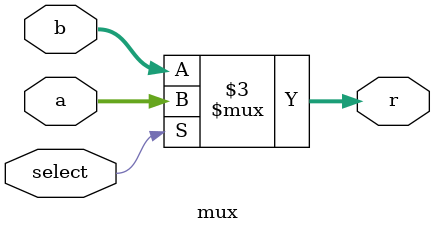
<source format=v>
/******************************************************************************
* Function: 多路选择器（Mux）模块
*
* 模块功能描述:
* - 此模块表示一个多路选择器，根据选择信号选择一个输入作为输出。
*
* 参数:
* - WIDTH: 输入宽度，默认为32位。
*
* 设计方法:
* - 使用一个 always 块，根据选择信号来选择输入a或输入b，并将结果输出到r。
*
******************************************************************************/

`timescale 1ns / 1ps

module mux #(parameter WIDTH = 32) (
    input [WIDTH - 1: 0] a,      // 输入a
    input [WIDTH - 1: 0] b,      // 输入b
    input select,                // 选择信号
    output reg [WIDTH - 1: 0] r  // 输出结果
);

    always @(*) begin
        if (select) begin
            r = a;                 // 当选择信号为1时，选择输入a
        end
        else begin
            r = b;                 // 当选择信号为0时，选择输入b
        end
    end

endmodule

</source>
